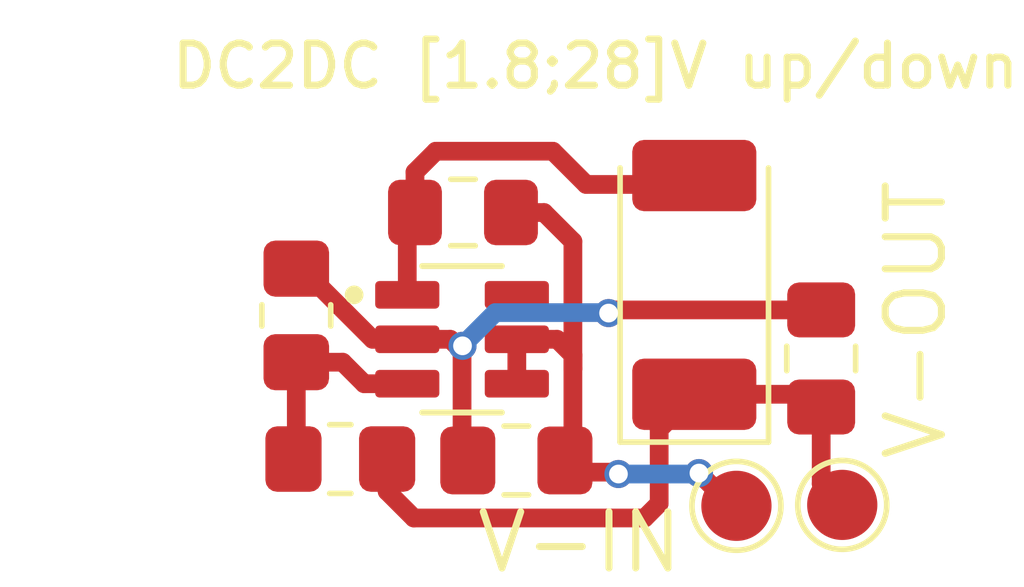
<source format=kicad_pcb>
(kicad_pcb (version 20211014) (generator pcbnew)
  (layers (0 "F.Cu" signal) (31 "B.Cu" signal) (34 "B.Paste" user) (35 "F.Paste" user) (36 "B.SilkS" user "B.Silkscreen") (37 "F.SilkS" user "F.Silkscreen") (38 "B.Mask" user) (39 "F.Mask" user) (44 "Edge.Cuts" user))
  (net 0 "")
  (net 1 "VIN_DC")
  (net 2 "GND")
  (net 3 "VOUT_DC")
  (net 4 "Net-(MR1-Pad1)")
  (net 5 "Net-(U1-Pad1)")
  (footprint "Converter_DCDC:MT3608 SOT95P280X145-6N" (layer "F.Cu") (at 121.17 92.4)
    (fp_text reference "U1" hide)
    (fp_text value "MT3608")
    (fp_line (start -0.85 -1.565) (end 0.85 -1.565) (layer "F.SilkS") (width 0.127))
    (fp_line (start 0.85 1.565) (end -0.85 1.565) (layer "F.SilkS") (width 0.127))
    (fp_circle (center -2.305 -0.95) (end -2.205 -0.95) (layer "F.SilkS") (width 0.2) (fill none))
    (pad "1" smd roundrect (at -1.17 -0.95) (size 1.37 0.59) (layers "F.Cu" "F.Paste" "F.Mask") (roundrect_rratio 0.15) (net 5 "Net-(U1-Pad1)"))
    (pad "2" smd roundrect (at -1.17 0) (size 1.37 0.59) (layers "F.Cu" "F.Paste" "F.Mask") (roundrect_rratio 0.15) (net 2 "GND"))
    (pad "3" smd roundrect (at -1.17 0.95) (size 1.37 0.59) (layers "F.Cu" "F.Paste" "F.Mask") (roundrect_rratio 0.15) (net 4 "Net-(MR1-Pad1)"))
    (pad "4" smd roundrect (at 1.17 0.95 180) (size 1.37 0.59) (layers "F.Cu" "F.Paste" "F.Mask") (roundrect_rratio 0.15) (net 1 "VIN_DC"))
    (pad "5" smd roundrect (at 1.17 0 180) (size 1.37 0.59) (layers "F.Cu" "F.Paste" "F.Mask") (roundrect_rratio 0.15) (net 1 "VIN_DC"))
    (pad "6" smd roundrect (at 1.17 -0.95 180) (size 1.37 0.59) (layers "F.Cu" "F.Paste" "F.Mask") (roundrect_rratio 0.15))
  )
  (footprint "Diode_SMD:D_2010_5025Metric_Pad1.52x2.65mm_HandSolder" (layer "F.Cu") (at 126.13 91.2375 90)
    (fp_text reference "MD1" hide)
    (fp_text value "SS36")
    (fp_line (start -3.36 -1.585) (end -3.36 1.585) (layer "F.SilkS") (width 0.12))
    (fp_line (start -3.36 1.585) (end 2.5 1.585) (layer "F.SilkS") (width 0.12))
    (fp_line (start 2.5 -1.585) (end -3.36 -1.585) (layer "F.SilkS") (width 0.12))
    (pad "1" smd roundrect (at -2.3375 0 90) (size 1.525 2.65) (layers "F.Cu" "F.Paste" "F.Mask") (roundrect_rratio 0.163934) (net 3 "VOUT_DC"))
    (pad "2" smd roundrect (at 2.3375 0 90) (size 1.525 2.65) (layers "F.Cu" "F.Paste" "F.Mask") (roundrect_rratio 0.163934) (net 5 "Net-(U1-Pad1)"))
  )
  (footprint "Resistor_SMD:R_0805_2012Metric_Pad1.20x1.40mm_HandSolder" (layer "F.Cu") (at 117.63 91.89 90)
    (fp_text reference "MR1" hide)
    (fp_text value "2.2k")
    (fp_line (start -0.227064 0.735) (end 0.227064 0.735) (layer "F.SilkS") (width 0.12))
    (fp_line (start -0.227064 -0.735) (end 0.227064 -0.735) (layer "F.SilkS") (width 0.12))
    (pad "1" smd roundrect (at -1 0 90) (size 1.2 1.4) (layers "F.Cu" "F.Paste" "F.Mask") (roundrect_rratio 0.208333) (net 4 "Net-(MR1-Pad1)"))
    (pad "2" smd roundrect (at 1 0 90) (size 1.2 1.4) (layers "F.Cu" "F.Paste" "F.Mask") (roundrect_rratio 0.208333) (net 2 "GND"))
  )
  (footprint "TestPoint:TestPoint_Pad_D1.5mm" (layer "F.Cu") (at 127.03 95.96)
    (fp_text reference "MT_VIN1" hide)
    (fp_text value "VIN")
    (fp_circle (center 0 0) (end 0 0.95) (layer "F.SilkS") (width 0.12) (fill none))
    (pad "1" smd circle (at 0 0) (size 1.5 1.5) (layers "F.Cu" "F.Mask") (net 1 "VIN_DC"))
  )
  (footprint "Capacitor_SMD:C_0805_2012Metric_Pad1.18x1.45mm_HandSolder" (layer "F.Cu") (at 122.33 94.99 180)
    (fp_text reference "MC1" hide)
    (fp_text value "28uF")
    (fp_line (start -0.261252 -0.735) (end 0.261252 -0.735) (layer "F.SilkS") (width 0.12))
    (fp_line (start -0.261252 0.735) (end 0.261252 0.735) (layer "F.SilkS") (width 0.12))
    (pad "1" smd roundrect (at -1.0375 0 180) (size 1.175 1.45) (layers "F.Cu" "F.Paste" "F.Mask") (roundrect_rratio 0.212766) (net 1 "VIN_DC"))
    (pad "2" smd roundrect (at 1.0375 0 180) (size 1.175 1.45) (layers "F.Cu" "F.Paste" "F.Mask") (roundrect_rratio 0.212766) (net 2 "GND"))
  )
  (footprint "Inductor_SMD:L_0805_2012Metric_Pad1.15x1.40mm_HandSolder" (layer "F.Cu") (at 121.19 89.69 180)
    (fp_text reference "ML1" hide)
    (fp_text value "????")
    (fp_line (start -0.261252 -0.71) (end 0.261252 -0.71) (layer "F.SilkS") (width 0.12))
    (fp_line (start -0.261252 0.71) (end 0.261252 0.71) (layer "F.SilkS") (width 0.12))
    (pad "1" smd roundrect (at -1.025 0 180) (size 1.15 1.4) (layers "F.Cu" "F.Paste" "F.Mask") (roundrect_rratio 0.217391) (net 1 "VIN_DC"))
    (pad "2" smd roundrect (at 1.025 0 180) (size 1.15 1.4) (layers "F.Cu" "F.Paste" "F.Mask") (roundrect_rratio 0.217391) (net 5 "Net-(U1-Pad1)"))
  )
  (footprint "TestPoint:TestPoint_Pad_D1.5mm" (layer "F.Cu") (at 129.29 95.94)
    (fp_text reference "MT_VOUT1" hide)
    (fp_text value "VOUT")
    (fp_circle (center 0 0) (end 0 0.95) (layer "F.SilkS") (width 0.12) (fill none))
    (pad "1" smd circle (at 0 0) (size 1.5 1.5) (layers "F.Cu" "F.Mask") (net 3 "VOUT_DC"))
  )
  (footprint "Resistor_SMD:R_0805_2012Metric_Pad1.20x1.40mm_HandSolder" (layer "F.Cu") (at 118.57 94.96 180)
    (fp_text reference "MR2" hide)
    (fp_text value "5V=15K; 3.3v=10k")
    (fp_line (start -0.227064 0.735) (end 0.227064 0.735) (layer "F.SilkS") (width 0.12))
    (fp_line (start -0.227064 -0.735) (end 0.227064 -0.735) (layer "F.SilkS") (width 0.12))
    (pad "1" smd roundrect (at -1 0 180) (size 1.2 1.4) (layers "F.Cu" "F.Paste" "F.Mask") (roundrect_rratio 0.208333) (net 3 "VOUT_DC"))
    (pad "2" smd roundrect (at 1 0 180) (size 1.2 1.4) (layers "F.Cu" "F.Paste" "F.Mask") (roundrect_rratio 0.208333) (net 4 "Net-(MR1-Pad1)"))
  )
  (footprint "Capacitor_SMD:C_0805_2012Metric_Pad1.18x1.45mm_HandSolder" (layer "F.Cu") (at 128.84 92.81 90)
    (fp_text reference "MC2" hide)
    (fp_text value "28uF")
    (fp_line (start -0.261252 -0.735) (end 0.261252 -0.735) (layer "F.SilkS") (width 0.12))
    (fp_line (start -0.261252 0.735) (end 0.261252 0.735) (layer "F.SilkS") (width 0.12))
    (pad "1" smd roundrect (at -1.0375 0 90) (size 1.175 1.45) (layers "F.Cu" "F.Paste" "F.Mask") (roundrect_rratio 0.212766) (net 3 "VOUT_DC"))
    (pad "2" smd roundrect (at 1.0375 0 90) (size 1.175 1.45) (layers "F.Cu" "F.Paste" "F.Mask") (roundrect_rratio 0.212766) (net 2 "GND"))
  )
  (gr_text "V-OUT" (at 130.86 91.98 90) (layer "F.SilkS") (effects (font (size 1.2 1.2))))
  (gr_text "V-IN\n" (at 123.68 96.74) (layer "F.SilkS") (effects (font (size 1.2 1.2))))
  (gr_text "DC2DC [1.8;28]V up/down" (at 124.02 86.56) (layer "F.SilkS") (effects (font (size 0.9 0.9))))
  (segment (start 123.5375 93.0275) (end 123.5375 92.7375) (width 0.4) (layer "F.Cu") (net 1))
  (segment (start 122.92 89.69) (end 122.215 89.69) (width 0.4) (layer "F.Cu") (net 1))
  (segment (start 123.5375 92.7375) (end 123.2 92.4) (width 0.4) (layer "F.Cu") (net 1))
  (segment (start 123.2 92.4) (end 122.34 92.4) (width 0.4) (layer "F.Cu") (net 1))
  (segment (start 122.34 92.4) (end 122.34 93.35) (width 0.4) (layer "F.Cu") (net 1))
  (segment (start 126.93 95.96) (end 126.23 95.26) (width 0.4) (layer "F.Cu") (net 1))
  (segment (start 123.5375 95.05) (end 123.5375 93.0275) (width 0.4) (layer "F.Cu") (net 1))
  (segment (start 122.4 92.34) (end 122.34 92.4) (width 0.4) (layer "F.Cu") (net 1))
  (segment (start 127.03 95.96) (end 126.93 95.96) (width 0.4) (layer "F.Cu") (net 1))
  (segment (start 123.5375 93.0275) (end 123.5375 90.3075) (width 0.4) (layer "F.Cu") (net 1))
  (segment (start 124.51 95.24) (end 124.42 95.24) (width 0.4) (layer "F.Cu") (net 1))
  (segment (start 124.42 95.24) (end 123.6175 95.24) (width 0.4) (layer "F.Cu") (net 1))
  (segment (start 123.5375 90.3075) (end 122.92 89.69) (width 0.4) (layer "F.Cu") (net 1))
  (segment (start 123.6175 95.24) (end 123.3675 94.99) (width 0.4) (layer "F.Cu") (net 1))
  (via (at 124.51 95.28) (size 0.6) (drill 0.4) (layers "F.Cu" "B.Cu") (net 1))
  (via (at 126.23 95.26) (size 0.6) (drill 0.4) (layers "F.Cu" "B.Cu") (net 1))
  (segment (start 126.21 95.28) (end 126.23 95.26) (width 0.4) (layer "B.Cu") (net 1))
  (segment (start 124.51 95.28) (end 126.21 95.28) (width 0.4) (layer "B.Cu") (net 1))
  (segment (start 117.75 90.89) (end 117.63 90.89) (width 0.4) (layer "F.Cu") (net 2))
  (segment (start 128.84 91.7725) (end 124.3675 91.7725) (width 0.4) (layer "F.Cu") (net 2))
  (segment (start 120.92 92.4) (end 121.17 92.65) (width 0.4) (layer "F.Cu") (net 2))
  (segment (start 121.17 94.8675) (end 121.2925 94.99) (width 0.4) (layer "F.Cu") (net 2))
  (segment (start 119.26 92.4) (end 117.75 90.89) (width 0.4) (layer "F.Cu") (net 2))
  (segment (start 121.17 92.65) (end 121.17 94.8675) (width 0.4) (layer "F.Cu") (net 2))
  (segment (start 120 92.4) (end 120.92 92.4) (width 0.4) (layer "F.Cu") (net 2))
  (segment (start 120 92.4) (end 119.26 92.4) (width 0.4) (layer "F.Cu") (net 2))
  (segment (start 124.3675 91.7725) (end 124.3 91.84) (width 0.4) (layer "F.Cu") (net 2))
  (via (at 124.3 91.84) (size 0.6) (drill 0.4) (layers "F.Cu" "B.Cu") (net 2))
  (via (at 121.18 92.54) (size 0.6) (drill 0.4) (layers "F.Cu" "B.Cu") (net 2))
  (segment (start 121.88 91.83) (end 121.17 92.54) (width 0.4) (layer "B.Cu") (net 2))
  (segment (start 124.29 91.83) (end 124.3 91.84) (width 0.4) (layer "B.Cu") (net 2))
  (segment (start 121.88 91.83) (end 124.29 91.83) (width 0.4) (layer "B.Cu") (net 2))
  (segment (start 125.38 94.325) (end 126.13 93.575) (width 0.4) (layer "F.Cu") (net 3))
  (segment (start 126.13 93.575) (end 128.5675 93.575) (width 0.4) (layer "F.Cu") (net 3))
  (segment (start 120.14 96.22) (end 125.07 96.22) (width 0.4) (layer "F.Cu") (net 3))
  (segment (start 119.57 95.65) (end 120.14 96.22) (width 0.4) (layer "F.Cu") (net 3))
  (segment (start 125.07 96.22) (end 125.38 95.91) (width 0.4) (layer "F.Cu") (net 3))
  (segment (start 128.5675 93.575) (end 128.84 93.8475) (width 0.4) (layer "F.Cu") (net 3))
  (segment (start 128.84 95.49) (end 129.29 95.94) (width 0.4) (layer "F.Cu") (net 3))
  (segment (start 128.84 93.8475) (end 128.84 95.49) (width 0.4) (layer "F.Cu") (net 3))
  (segment (start 125.38 95.91) (end 125.38 94.325) (width 0.4) (layer "F.Cu") (net 3))
  (segment (start 119.57 94.96) (end 119.57 95.65) (width 0.4) (layer "F.Cu") (net 3))
  (segment (start 120 93.35) (end 119.08 93.35) (width 0.4) (layer "F.Cu") (net 4))
  (segment (start 119.08 93.35) (end 118.62 92.89) (width 0.4) (layer "F.Cu") (net 4))
  (segment (start 118.62 92.89) (end 117.63 92.89) (width 0.4) (layer "F.Cu") (net 4))
  (segment (start 117.63 94.9) (end 117.57 94.96) (width 0.4) (layer "F.Cu") (net 4))
  (segment (start 117.63 92.89) (end 117.63 94.9) (width 0.4) (layer "F.Cu") (net 4))
  (segment (start 120.165 89.69) (end 120.165 88.825) (width 0.4) (layer "F.Cu") (net 5))
  (segment (start 120 89.855) (end 120.165 89.69) (width 0.4) (layer "F.Cu") (net 5))
  (segment (start 120.165 88.825) (end 120.61 88.38) (width 0.4) (layer "F.Cu") (net 5))
  (segment (start 125.94 89.09) (end 126.13 88.9) (width 0.4) (layer "F.Cu") (net 5))
  (segment (start 120 91.45) (end 120 89.855) (width 0.4) (layer "F.Cu") (net 5))
  (segment (start 123.11 88.38) (end 123.82 89.09) (width 0.4) (layer "F.Cu") (net 5))
  (segment (start 123.82 89.09) (end 125.94 89.09) (width 0.4) (layer "F.Cu") (net 5))
  (segment (start 120.61 88.38) (end 123.11 88.38) (width 0.4) (layer "F.Cu") (net 5))
)
</source>
